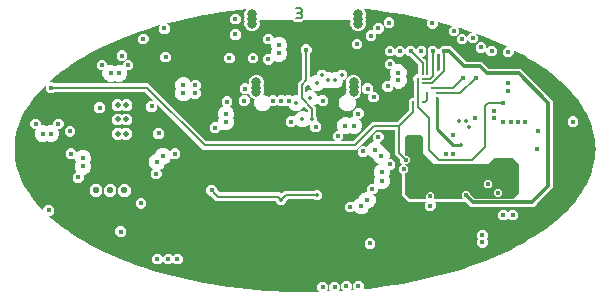
<source format=gtl>
G04 EAGLE Gerber RS-274X export*
G75*
%MOMM*%
%FSLAX34Y34*%
%LPD*%
%IN6_Layer_3*%
%IPPOS*%
%AMOC8*
5,1,8,0,0,1.08239X$1,22.5*%
G01*
%ADD10C,0.152400*%
%ADD11C,0.800000*%
%ADD12C,0.500000*%
%ADD13C,0.550000*%
%ADD14C,0.400000*%
%ADD15C,0.350000*%
%ADD16C,0.250000*%
%ADD17C,0.250000*%
%ADD18C,0.200000*%
%ADD19C,0.300000*%
%ADD20C,0.160000*%

G36*
X255872Y4035D02*
X255872Y4035D01*
X255873Y4035D01*
X262466Y4165D01*
X262467Y4166D01*
X262469Y4166D01*
X262469Y4168D01*
X262471Y4170D01*
X262469Y4171D01*
X262469Y4174D01*
X260505Y6138D01*
X260505Y9862D01*
X263138Y12495D01*
X266862Y12495D01*
X269495Y9862D01*
X269495Y6138D01*
X267698Y4341D01*
X267698Y4339D01*
X267696Y4338D01*
X267697Y4336D01*
X267697Y4334D01*
X267700Y4334D01*
X267701Y4332D01*
X271505Y4467D01*
X272131Y4500D01*
X272133Y4501D01*
X272134Y4501D01*
X272134Y4503D01*
X272136Y4504D01*
X272135Y4506D01*
X272135Y4508D01*
X270505Y6138D01*
X270505Y9862D01*
X273138Y12495D01*
X276862Y12495D01*
X279495Y9862D01*
X279495Y6138D01*
X278177Y4820D01*
X278177Y4818D01*
X278175Y4816D01*
X278176Y4815D01*
X278176Y4813D01*
X278179Y4813D01*
X278181Y4811D01*
X279293Y4868D01*
X282543Y5088D01*
X282545Y5089D01*
X282546Y5089D01*
X282546Y5091D01*
X282548Y5092D01*
X282546Y5094D01*
X282547Y5096D01*
X280505Y7138D01*
X280505Y10862D01*
X283138Y13495D01*
X286862Y13495D01*
X289495Y10862D01*
X289495Y7138D01*
X287823Y5465D01*
X287822Y5463D01*
X287821Y5462D01*
X287822Y5461D01*
X287822Y5459D01*
X287825Y5459D01*
X287826Y5457D01*
X291839Y5793D01*
X291840Y5794D01*
X291841Y5794D01*
X291841Y5795D01*
X291843Y5797D01*
X291842Y5799D01*
X291842Y5801D01*
X290505Y7138D01*
X290505Y10862D01*
X293138Y13495D01*
X296862Y13495D01*
X299495Y10862D01*
X299495Y7138D01*
X298807Y6450D01*
X298807Y6448D01*
X298806Y6447D01*
X298807Y6446D01*
X298807Y6444D01*
X298809Y6443D01*
X298811Y6442D01*
X302448Y6805D01*
X310069Y7693D01*
X317631Y8701D01*
X325124Y9827D01*
X332539Y11071D01*
X339871Y12431D01*
X347112Y13905D01*
X354253Y15493D01*
X354254Y15493D01*
X361289Y17192D01*
X368213Y19001D01*
X375016Y20917D01*
X381690Y22939D01*
X388232Y25064D01*
X394633Y27290D01*
X400886Y29615D01*
X406985Y32036D01*
X412924Y34550D01*
X418698Y37155D01*
X424299Y39847D01*
X429724Y42624D01*
X434963Y45482D01*
X440015Y48418D01*
X444871Y51428D01*
X444872Y51428D01*
X449531Y54510D01*
X449531Y54511D01*
X453986Y57659D01*
X458234Y60872D01*
X462268Y64144D01*
X462269Y64144D01*
X466088Y67472D01*
X469687Y70851D01*
X469688Y70851D01*
X473064Y74277D01*
X476216Y77747D01*
X479139Y81256D01*
X481831Y84799D01*
X484291Y88373D01*
X484292Y88373D01*
X486518Y91973D01*
X488511Y95596D01*
X490268Y99236D01*
X490268Y99237D01*
X491790Y102893D01*
X491791Y102893D01*
X493077Y106561D01*
X493077Y106562D01*
X493078Y106562D01*
X494130Y110239D01*
X494947Y113924D01*
X495531Y117614D01*
X495881Y121306D01*
X495998Y125000D01*
X495881Y128694D01*
X495531Y132386D01*
X494947Y136076D01*
X494130Y139761D01*
X493078Y143438D01*
X493077Y143439D01*
X491791Y147107D01*
X491790Y147107D01*
X490268Y150763D01*
X490268Y150764D01*
X488511Y154404D01*
X486518Y158027D01*
X484292Y161627D01*
X484291Y161627D01*
X481831Y165201D01*
X479139Y168744D01*
X476216Y172253D01*
X473064Y175723D01*
X469688Y179149D01*
X469687Y179149D01*
X466088Y182528D01*
X462269Y185856D01*
X462268Y185856D01*
X458234Y189128D01*
X458233Y189128D01*
X453986Y192341D01*
X449531Y195489D01*
X449531Y195490D01*
X444872Y198572D01*
X440015Y201582D01*
X434963Y204518D01*
X429724Y207376D01*
X426182Y209189D01*
X426179Y209189D01*
X426176Y209189D01*
X426176Y209188D01*
X426175Y209188D01*
X426176Y209185D01*
X426176Y209184D01*
X426176Y209181D01*
X426495Y208862D01*
X426495Y205138D01*
X423862Y202505D01*
X420138Y202505D01*
X417505Y205138D01*
X417505Y208862D01*
X420138Y211495D01*
X421485Y211495D01*
X421487Y211497D01*
X421489Y211497D01*
X421489Y211499D01*
X421490Y211500D01*
X421488Y211502D01*
X421487Y211505D01*
X418698Y212845D01*
X412924Y215450D01*
X406985Y217964D01*
X400886Y220385D01*
X394678Y222693D01*
X394675Y222692D01*
X394673Y222692D01*
X394673Y222691D01*
X394671Y222691D01*
X394672Y222688D01*
X394672Y222685D01*
X396495Y220862D01*
X396495Y217138D01*
X393862Y214505D01*
X390138Y214505D01*
X387504Y217139D01*
X387502Y217139D01*
X387501Y217141D01*
X387499Y217139D01*
X387497Y217140D01*
X387497Y217137D01*
X387495Y217136D01*
X387495Y216138D01*
X384862Y213505D01*
X381138Y213505D01*
X378505Y216138D01*
X378505Y219862D01*
X381138Y222495D01*
X384862Y222495D01*
X387496Y219861D01*
X387498Y219861D01*
X387499Y219859D01*
X387501Y219861D01*
X387503Y219860D01*
X387503Y219863D01*
X387505Y219864D01*
X387505Y220862D01*
X390138Y223495D01*
X392345Y223495D01*
X392347Y223497D01*
X392349Y223498D01*
X392349Y223499D01*
X392350Y223500D01*
X392348Y223502D01*
X392347Y223505D01*
X388232Y224936D01*
X381690Y227061D01*
X379709Y227661D01*
X379707Y227660D01*
X379704Y227661D01*
X379704Y227659D01*
X379703Y227659D01*
X379704Y227656D01*
X379704Y227653D01*
X380495Y226862D01*
X380495Y223138D01*
X377862Y220505D01*
X374138Y220505D01*
X371505Y223138D01*
X371505Y226862D01*
X374003Y229360D01*
X374003Y229362D01*
X374004Y229362D01*
X374004Y229364D01*
X374004Y229367D01*
X374002Y229367D01*
X374001Y229369D01*
X368213Y230999D01*
X362369Y232526D01*
X362368Y232526D01*
X362367Y232525D01*
X362363Y232523D01*
X362364Y232522D01*
X362363Y232521D01*
X362363Y229542D01*
X359729Y226909D01*
X356006Y226909D01*
X353372Y229542D01*
X353372Y233266D01*
X354537Y234431D01*
X354537Y234432D01*
X354538Y234433D01*
X354537Y234434D01*
X354538Y234437D01*
X354536Y234438D01*
X354535Y234439D01*
X354254Y234507D01*
X347112Y236095D01*
X347111Y236095D01*
X339871Y237569D01*
X332539Y238929D01*
X325124Y240173D01*
X317632Y241299D01*
X317631Y241299D01*
X310069Y242307D01*
X302448Y243195D01*
X299621Y243477D01*
X299619Y243476D01*
X299617Y243476D01*
X299617Y243475D01*
X299615Y243474D01*
X299617Y243472D01*
X299617Y243469D01*
X300406Y242679D01*
X301395Y240292D01*
X301395Y237708D01*
X301103Y237002D01*
X301103Y237000D01*
X301103Y236999D01*
X301103Y236998D01*
X301395Y236292D01*
X301395Y233708D01*
X301103Y233002D01*
X301103Y233000D01*
X301103Y232999D01*
X301103Y232998D01*
X301395Y232292D01*
X301395Y229708D01*
X300406Y227321D01*
X298579Y225494D01*
X296192Y224505D01*
X293608Y224505D01*
X291221Y225494D01*
X289394Y227321D01*
X288405Y229708D01*
X288405Y232292D01*
X288697Y232998D01*
X288697Y233000D01*
X288697Y233002D01*
X288405Y233708D01*
X288405Y234000D01*
X288400Y234005D01*
X248890Y234005D01*
X248888Y234004D01*
X248887Y234004D01*
X246823Y232505D01*
X241296Y232505D01*
X239798Y234004D01*
X239795Y234004D01*
X239794Y234005D01*
X211600Y234005D01*
X211595Y234001D01*
X211596Y234000D01*
X211595Y234000D01*
X211595Y233708D01*
X211303Y233002D01*
X211303Y233000D01*
X211303Y232999D01*
X211303Y232998D01*
X211595Y232292D01*
X211595Y229708D01*
X210606Y227321D01*
X208779Y225494D01*
X206392Y224505D01*
X203808Y224505D01*
X201421Y225494D01*
X199594Y227321D01*
X198605Y229708D01*
X198605Y232292D01*
X198897Y232998D01*
X198897Y233000D01*
X198897Y233002D01*
X198605Y233708D01*
X198605Y236292D01*
X198897Y236998D01*
X198897Y237000D01*
X198897Y237002D01*
X198605Y237708D01*
X198605Y240292D01*
X199594Y242679D01*
X200392Y243477D01*
X200392Y243479D01*
X200393Y243481D01*
X200392Y243482D01*
X200392Y243484D01*
X200390Y243484D01*
X200388Y243486D01*
X193733Y242766D01*
X186141Y241818D01*
X178613Y240751D01*
X171159Y239566D01*
X163783Y238264D01*
X156497Y236846D01*
X149306Y235315D01*
X149305Y235315D01*
X142214Y233671D01*
X142213Y233671D01*
X135234Y231917D01*
X133045Y231323D01*
X133044Y231322D01*
X133043Y231322D01*
X133043Y231320D01*
X133041Y231318D01*
X133043Y231317D01*
X133042Y231315D01*
X135495Y228862D01*
X135495Y225138D01*
X132862Y222505D01*
X129138Y222505D01*
X126505Y225138D01*
X126505Y228862D01*
X127406Y229763D01*
X127406Y229765D01*
X127407Y229767D01*
X127406Y229768D01*
X127406Y229770D01*
X127403Y229770D01*
X127401Y229771D01*
X121631Y228085D01*
X115022Y226012D01*
X115022Y226011D01*
X108550Y223835D01*
X102222Y221559D01*
X96045Y219186D01*
X90024Y216718D01*
X84167Y214159D01*
X78479Y211510D01*
X72967Y208775D01*
X72966Y208775D01*
X67634Y205957D01*
X62487Y203060D01*
X57532Y200086D01*
X52774Y197039D01*
X48216Y193923D01*
X43864Y190742D01*
X39722Y187500D01*
X35795Y184199D01*
X32084Y180845D01*
X28596Y177442D01*
X28596Y177441D01*
X25332Y173993D01*
X22294Y170503D01*
X19486Y166977D01*
X19486Y166976D01*
X16910Y163418D01*
X14566Y159830D01*
X12456Y156219D01*
X12456Y156218D01*
X10581Y152586D01*
X8941Y148937D01*
X8941Y148936D01*
X7537Y145274D01*
X7536Y145274D01*
X6367Y141601D01*
X5432Y137919D01*
X4731Y134232D01*
X4732Y134232D01*
X4731Y134232D01*
X4731Y134231D01*
X4731Y134226D01*
X4730Y134221D01*
X4729Y134216D01*
X4726Y134191D01*
X4726Y134186D01*
X4725Y134181D01*
X4724Y134176D01*
X4724Y134171D01*
X4720Y134141D01*
X4719Y134136D01*
X4719Y134131D01*
X4718Y134126D01*
X4714Y134097D01*
X4714Y134092D01*
X4713Y134087D01*
X4712Y134082D01*
X4712Y134077D01*
X4709Y134052D01*
X4708Y134047D01*
X4707Y134042D01*
X4707Y134037D01*
X4706Y134032D01*
X4702Y134002D01*
X4702Y133997D01*
X4701Y133992D01*
X4701Y133987D01*
X4697Y133958D01*
X4697Y133957D01*
X4696Y133953D01*
X4696Y133952D01*
X4696Y133948D01*
X4695Y133948D01*
X4696Y133948D01*
X4695Y133943D01*
X4694Y133938D01*
X4691Y133913D01*
X4690Y133908D01*
X4690Y133903D01*
X4689Y133898D01*
X4689Y133893D01*
X4685Y133868D01*
X4685Y133863D01*
X4684Y133858D01*
X4684Y133853D01*
X4683Y133848D01*
X4679Y133818D01*
X4679Y133813D01*
X4678Y133808D01*
X4677Y133803D01*
X4674Y133774D01*
X4673Y133774D01*
X4674Y133774D01*
X4673Y133769D01*
X4672Y133764D01*
X4672Y133759D01*
X4671Y133754D01*
X4668Y133729D01*
X4667Y133724D01*
X4667Y133719D01*
X4666Y133714D01*
X4665Y133709D01*
X4662Y133679D01*
X4661Y133674D01*
X4660Y133669D01*
X4660Y133664D01*
X4656Y133635D01*
X4656Y133634D01*
X4655Y133630D01*
X4655Y133625D01*
X4654Y133620D01*
X4653Y133615D01*
X4650Y133590D01*
X4650Y133585D01*
X4649Y133580D01*
X4648Y133575D01*
X4648Y133570D01*
X4644Y133540D01*
X4643Y133535D01*
X4643Y133530D01*
X4642Y133525D01*
X4638Y133495D01*
X4638Y133490D01*
X4637Y133485D01*
X4636Y133481D01*
X4636Y133480D01*
X4636Y133476D01*
X4636Y133475D01*
X4633Y133451D01*
X4632Y133446D01*
X4631Y133441D01*
X4631Y133436D01*
X4630Y133431D01*
X4626Y133401D01*
X4626Y133396D01*
X4625Y133391D01*
X4625Y133386D01*
X4624Y133386D01*
X4625Y133386D01*
X4621Y133356D01*
X4620Y133351D01*
X4619Y133346D01*
X4619Y133341D01*
X4618Y133336D01*
X4615Y133312D01*
X4614Y133307D01*
X4614Y133302D01*
X4613Y133297D01*
X4613Y133292D01*
X4609Y133262D01*
X4608Y133257D01*
X4608Y133252D01*
X4607Y133247D01*
X4603Y133217D01*
X4603Y133212D01*
X4602Y133212D01*
X4603Y133212D01*
X4602Y133207D01*
X4601Y133202D01*
X4601Y133197D01*
X4597Y133172D01*
X4597Y133167D01*
X4596Y133163D01*
X4596Y133162D01*
X4596Y133158D01*
X4596Y133157D01*
X4595Y133153D01*
X4591Y133123D01*
X4591Y133118D01*
X4590Y133113D01*
X4589Y133108D01*
X4586Y133078D01*
X4585Y133073D01*
X4584Y133068D01*
X4584Y133063D01*
X4580Y133033D01*
X4579Y133028D01*
X4579Y133023D01*
X4578Y133018D01*
X4577Y133013D01*
X4574Y132989D01*
X4574Y132984D01*
X4573Y132979D01*
X4572Y132974D01*
X4572Y132969D01*
X4568Y132939D01*
X4567Y132934D01*
X4567Y132929D01*
X4566Y132924D01*
X4562Y132894D01*
X4562Y132889D01*
X4561Y132884D01*
X4560Y132879D01*
X4560Y132874D01*
X4557Y132849D01*
X4556Y132845D01*
X4556Y132844D01*
X4555Y132840D01*
X4555Y132839D01*
X4555Y132835D01*
X4554Y132830D01*
X4550Y132800D01*
X4550Y132795D01*
X4549Y132790D01*
X4548Y132785D01*
X4545Y132755D01*
X4544Y132750D01*
X4543Y132745D01*
X4543Y132740D01*
X4542Y132735D01*
X4539Y132710D01*
X4538Y132705D01*
X4538Y132700D01*
X4537Y132695D01*
X4537Y132690D01*
X4533Y132661D01*
X4532Y132656D01*
X4532Y132651D01*
X4531Y132651D01*
X4532Y132651D01*
X4531Y132646D01*
X4527Y132616D01*
X4526Y132611D01*
X4526Y132606D01*
X4525Y132601D01*
X4525Y132596D01*
X4521Y132571D01*
X4521Y132566D01*
X4520Y132561D01*
X4520Y132556D01*
X4519Y132551D01*
X4515Y132522D01*
X4515Y132521D01*
X4515Y132517D01*
X4514Y132512D01*
X4513Y132507D01*
X4510Y132477D01*
X4509Y132477D01*
X4510Y132477D01*
X4509Y132472D01*
X4508Y132467D01*
X4508Y132462D01*
X4507Y132457D01*
X4504Y132432D01*
X4503Y132427D01*
X4503Y132422D01*
X4502Y132417D01*
X4501Y132412D01*
X4498Y132382D01*
X4497Y132377D01*
X4496Y132372D01*
X4496Y132368D01*
X4496Y132367D01*
X4492Y132338D01*
X4491Y132333D01*
X4491Y132328D01*
X4490Y132323D01*
X4486Y132293D01*
X4486Y132288D01*
X4485Y132283D01*
X4484Y132278D01*
X4484Y132273D01*
X4481Y132248D01*
X4480Y132243D01*
X4479Y132238D01*
X4479Y132233D01*
X4478Y132228D01*
X4474Y132199D01*
X4474Y132194D01*
X4473Y132189D01*
X4472Y132184D01*
X4469Y132154D01*
X4468Y132149D01*
X4467Y132144D01*
X4467Y132139D01*
X4466Y132134D01*
X4463Y132109D01*
X4462Y132104D01*
X4462Y132099D01*
X4461Y132094D01*
X4461Y132089D01*
X4460Y132089D01*
X4457Y132059D01*
X4456Y132054D01*
X4455Y132050D01*
X4455Y132049D01*
X4455Y132045D01*
X4455Y132044D01*
X4451Y132015D01*
X4450Y132010D01*
X4450Y132005D01*
X4449Y132000D01*
X4449Y131995D01*
X4445Y131970D01*
X4445Y131965D01*
X4444Y131960D01*
X4444Y131955D01*
X4443Y131950D01*
X4439Y131920D01*
X4439Y131915D01*
X4438Y131915D01*
X4439Y131915D01*
X4438Y131910D01*
X4437Y131905D01*
X4433Y131876D01*
X4433Y131871D01*
X4432Y131866D01*
X4432Y131861D01*
X4431Y131856D01*
X4428Y131831D01*
X4427Y131826D01*
X4427Y131821D01*
X4426Y131816D01*
X4425Y131811D01*
X4422Y131781D01*
X4421Y131776D01*
X4420Y131771D01*
X4420Y131766D01*
X4416Y131736D01*
X4415Y131732D01*
X4415Y131731D01*
X4415Y131727D01*
X4415Y131726D01*
X4414Y131722D01*
X4413Y131717D01*
X4410Y131692D01*
X4410Y131687D01*
X4409Y131682D01*
X4408Y131677D01*
X4408Y131672D01*
X4404Y131642D01*
X4403Y131637D01*
X4403Y131632D01*
X4402Y131627D01*
X4398Y131597D01*
X4398Y131592D01*
X4397Y131587D01*
X4396Y131582D01*
X4393Y131553D01*
X4392Y131548D01*
X4391Y131543D01*
X4391Y131538D01*
X4390Y131533D01*
X4387Y131508D01*
X4386Y131503D01*
X4386Y131498D01*
X4385Y131493D01*
X4384Y131488D01*
X4381Y131458D01*
X4380Y131453D01*
X4379Y131448D01*
X4379Y131443D01*
X4375Y131414D01*
X4375Y131413D01*
X4374Y131409D01*
X4374Y131408D01*
X4374Y131404D01*
X4373Y131399D01*
X4373Y131394D01*
X4369Y131369D01*
X4369Y131364D01*
X4368Y131359D01*
X4368Y131354D01*
X4367Y131354D01*
X4368Y131354D01*
X4367Y131349D01*
X4363Y131319D01*
X4362Y131314D01*
X4362Y131309D01*
X4361Y131304D01*
X4357Y131274D01*
X4357Y131269D01*
X4356Y131264D01*
X4356Y131259D01*
X4355Y131255D01*
X4355Y131254D01*
X4352Y131230D01*
X4351Y131225D01*
X4351Y131220D01*
X4350Y131215D01*
X4349Y131210D01*
X4346Y131180D01*
X4345Y131180D01*
X4346Y131180D01*
X4345Y131175D01*
X4344Y131170D01*
X4344Y131165D01*
X4340Y131135D01*
X4339Y131130D01*
X4339Y131125D01*
X4338Y131120D01*
X4337Y131115D01*
X4334Y131091D01*
X4334Y131090D01*
X4334Y131086D01*
X4333Y131081D01*
X4332Y131076D01*
X4332Y131071D01*
X4328Y131041D01*
X4327Y131036D01*
X4327Y131031D01*
X4326Y131026D01*
X4322Y130996D01*
X4322Y130991D01*
X4321Y130986D01*
X4320Y130981D01*
X4320Y130976D01*
X4317Y130951D01*
X4316Y130946D01*
X4315Y130941D01*
X4315Y130937D01*
X4315Y130936D01*
X4314Y130932D01*
X4314Y130931D01*
X4310Y130902D01*
X4310Y130897D01*
X4309Y130892D01*
X4308Y130887D01*
X4305Y130857D01*
X4304Y130852D01*
X4303Y130847D01*
X4303Y130842D01*
X4299Y130812D01*
X4298Y130807D01*
X4298Y130802D01*
X4297Y130797D01*
X4297Y130792D01*
X4296Y130792D01*
X4293Y130768D01*
X4293Y130763D01*
X4292Y130758D01*
X4291Y130753D01*
X4291Y130748D01*
X4287Y130718D01*
X4286Y130713D01*
X4286Y130708D01*
X4285Y130703D01*
X4281Y130673D01*
X4281Y130668D01*
X4280Y130663D01*
X4280Y130658D01*
X4279Y130653D01*
X4276Y130628D01*
X4275Y130623D01*
X4275Y130619D01*
X4274Y130618D01*
X4275Y130618D01*
X4274Y130614D01*
X4274Y130613D01*
X4273Y130609D01*
X4269Y130579D01*
X4269Y130574D01*
X4268Y130569D01*
X4268Y130564D01*
X4265Y130540D01*
X4264Y130534D01*
X4264Y130529D01*
X4264Y130524D01*
X4257Y130415D01*
X4256Y130410D01*
X4256Y130405D01*
X4249Y130296D01*
X4249Y130295D01*
X4249Y130291D01*
X4249Y130286D01*
X4242Y130176D01*
X4241Y130171D01*
X4241Y130166D01*
X4241Y130161D01*
X4234Y130057D01*
X4234Y130052D01*
X4233Y130047D01*
X4233Y130042D01*
X4227Y129938D01*
X4226Y129933D01*
X4226Y129928D01*
X4226Y129923D01*
X4219Y129819D01*
X4219Y129818D01*
X4219Y129814D01*
X4218Y129809D01*
X4218Y129804D01*
X4212Y129699D01*
X4211Y129699D01*
X4212Y129699D01*
X4211Y129694D01*
X4211Y129689D01*
X4211Y129684D01*
X4204Y129575D01*
X4203Y129570D01*
X4203Y129565D01*
X4196Y129456D01*
X4196Y129451D01*
X4196Y129446D01*
X4195Y129446D01*
X4189Y129337D01*
X4188Y129332D01*
X4188Y129327D01*
X4181Y129217D01*
X4181Y129212D01*
X4180Y129207D01*
X4174Y129098D01*
X4173Y129093D01*
X4173Y129088D01*
X4166Y128979D01*
X4166Y128974D01*
X4165Y128969D01*
X4158Y128860D01*
X4158Y128855D01*
X4158Y128850D01*
X4151Y128740D01*
X4151Y128735D01*
X4150Y128730D01*
X4143Y128621D01*
X4143Y128616D01*
X4143Y128611D01*
X4136Y128502D01*
X4136Y128497D01*
X4135Y128492D01*
X4128Y128383D01*
X4128Y128378D01*
X4128Y128373D01*
X4121Y128263D01*
X4121Y128258D01*
X4120Y128258D01*
X4121Y128258D01*
X4120Y128253D01*
X4113Y128144D01*
X4113Y128139D01*
X4113Y128134D01*
X4106Y128025D01*
X4105Y128020D01*
X4105Y128015D01*
X4098Y127906D01*
X4098Y127901D01*
X4098Y127896D01*
X4091Y127786D01*
X4090Y127781D01*
X4090Y127776D01*
X4083Y127667D01*
X4083Y127662D01*
X4083Y127657D01*
X4076Y127548D01*
X4075Y127543D01*
X4075Y127538D01*
X4068Y127429D01*
X4068Y127424D01*
X4067Y127419D01*
X4061Y127309D01*
X4060Y127304D01*
X4060Y127299D01*
X4053Y127190D01*
X4053Y127185D01*
X4052Y127180D01*
X4046Y127071D01*
X4045Y127071D01*
X4046Y127071D01*
X4045Y127066D01*
X4045Y127061D01*
X4038Y126952D01*
X4038Y126947D01*
X4037Y126942D01*
X4031Y126847D01*
X4032Y126847D01*
X4031Y126847D01*
X4031Y123153D01*
X4032Y123153D01*
X4031Y123153D01*
X4265Y119460D01*
X4731Y115768D01*
X4732Y115768D01*
X4731Y115768D01*
X5432Y112081D01*
X6367Y108399D01*
X7536Y104726D01*
X7537Y104726D01*
X8941Y101064D01*
X8941Y101063D01*
X10581Y97414D01*
X12456Y93782D01*
X12456Y93781D01*
X14566Y90170D01*
X16910Y86582D01*
X19486Y83024D01*
X19486Y83023D01*
X22294Y79497D01*
X25332Y76007D01*
X28496Y72664D01*
X28498Y72664D01*
X28499Y72662D01*
X28500Y72663D01*
X28500Y72662D01*
X28501Y72663D01*
X28503Y72663D01*
X28503Y72665D01*
X28505Y72667D01*
X28505Y74862D01*
X31138Y77495D01*
X34862Y77495D01*
X37495Y74862D01*
X37495Y71138D01*
X34862Y68505D01*
X32817Y68505D01*
X32815Y68504D01*
X32813Y68504D01*
X32813Y68502D01*
X32812Y68500D01*
X32813Y68499D01*
X32813Y68496D01*
X35795Y65801D01*
X39722Y62500D01*
X43864Y59258D01*
X48216Y56077D01*
X52774Y52961D01*
X57532Y49914D01*
X62487Y46940D01*
X67634Y44043D01*
X72966Y41225D01*
X72967Y41225D01*
X78479Y38490D01*
X84168Y35841D01*
X90024Y33282D01*
X96045Y30814D01*
X102222Y28441D01*
X108550Y26165D01*
X115022Y23989D01*
X115022Y23988D01*
X121631Y21915D01*
X128371Y19945D01*
X135234Y18083D01*
X142213Y16329D01*
X149305Y14685D01*
X156497Y13154D01*
X163783Y11736D01*
X171159Y10434D01*
X178613Y9249D01*
X186141Y8182D01*
X193733Y7234D01*
X201384Y6406D01*
X209082Y5700D01*
X216823Y5115D01*
X224597Y4653D01*
X232397Y4313D01*
X240215Y4097D01*
X248043Y4004D01*
X255872Y4035D01*
G37*
%LPC*%
G36*
X354138Y72505D02*
X354138Y72505D01*
X351505Y75138D01*
X351505Y78862D01*
X353139Y80496D01*
X353139Y80498D01*
X353141Y80499D01*
X353139Y80501D01*
X353140Y80503D01*
X353137Y80503D01*
X353136Y80505D01*
X337966Y80505D01*
X332505Y85966D01*
X332505Y103500D01*
X332500Y103505D01*
X332500Y103504D01*
X332500Y103505D01*
X332138Y103505D01*
X329505Y106138D01*
X329505Y109862D01*
X332138Y112495D01*
X332386Y112495D01*
X332387Y112496D01*
X332389Y112496D01*
X332389Y112498D01*
X332391Y112500D01*
X332389Y112501D01*
X332389Y112504D01*
X330755Y114138D01*
X330755Y115550D01*
X330753Y115552D01*
X330753Y115554D01*
X325755Y120552D01*
X325755Y140750D01*
X325750Y140755D01*
X325750Y140754D01*
X325750Y140755D01*
X309700Y140755D01*
X309698Y140753D01*
X309696Y140753D01*
X293448Y124505D01*
X163552Y124505D01*
X114554Y173503D01*
X114551Y173504D01*
X114550Y173505D01*
X37864Y173505D01*
X37862Y173503D01*
X37861Y173503D01*
X36862Y172505D01*
X33138Y172505D01*
X30505Y175138D01*
X30505Y178862D01*
X33138Y181495D01*
X36862Y181495D01*
X37861Y180497D01*
X37863Y180496D01*
X37864Y180495D01*
X117448Y180495D01*
X166446Y131497D01*
X166449Y131496D01*
X166450Y131495D01*
X276136Y131495D01*
X276137Y131496D01*
X276139Y131496D01*
X276139Y131498D01*
X276141Y131500D01*
X276139Y131501D01*
X276139Y131504D01*
X273505Y134138D01*
X273505Y137862D01*
X276138Y140495D01*
X278450Y140495D01*
X278451Y140496D01*
X278453Y140496D01*
X278453Y140498D01*
X278455Y140500D01*
X278453Y140501D01*
X278454Y140504D01*
X278220Y140738D01*
X277155Y143309D01*
X277155Y146091D01*
X278220Y148662D01*
X280188Y150630D01*
X282759Y151695D01*
X285541Y151695D01*
X287495Y150886D01*
X287497Y150887D01*
X287499Y150886D01*
X289810Y151844D01*
X291787Y151844D01*
X291789Y151845D01*
X291790Y151845D01*
X291790Y151846D01*
X291792Y151848D01*
X291791Y151850D01*
X291791Y151852D01*
X290505Y153138D01*
X290505Y156862D01*
X293138Y159495D01*
X296862Y159495D01*
X299495Y156862D01*
X299495Y153138D01*
X296862Y150505D01*
X295450Y150505D01*
X295449Y150504D01*
X295447Y150504D01*
X295447Y150502D01*
X295445Y150500D01*
X295447Y150499D01*
X295446Y150496D01*
X297132Y148811D01*
X298197Y146240D01*
X298197Y143457D01*
X297132Y140886D01*
X295164Y138918D01*
X292593Y137853D01*
X289810Y137853D01*
X287857Y138662D01*
X287856Y138662D01*
X287854Y138662D01*
X287853Y138662D01*
X285541Y137705D01*
X282759Y137705D01*
X282502Y137811D01*
X282501Y137811D01*
X282499Y137810D01*
X282496Y137809D01*
X282496Y137807D01*
X282495Y137806D01*
X282495Y134138D01*
X279861Y131504D01*
X279861Y131502D01*
X279859Y131501D01*
X279861Y131499D01*
X279860Y131497D01*
X279863Y131497D01*
X279864Y131495D01*
X290550Y131495D01*
X290552Y131497D01*
X290554Y131497D01*
X306802Y147745D01*
X327800Y147745D01*
X327802Y147747D01*
X327804Y147747D01*
X338003Y157946D01*
X338004Y157949D01*
X338005Y157950D01*
X338005Y162697D01*
X338003Y162698D01*
X338003Y162700D01*
X337755Y162949D01*
X337755Y166051D01*
X339949Y168245D01*
X342000Y168245D01*
X342005Y168250D01*
X342004Y168250D01*
X342005Y168250D01*
X342005Y182697D01*
X342003Y182698D01*
X342003Y182700D01*
X341755Y182949D01*
X341755Y186051D01*
X343949Y188245D01*
X345750Y188245D01*
X345755Y188250D01*
X345755Y190051D01*
X346003Y190300D01*
X346003Y190302D01*
X346004Y190302D01*
X346005Y190303D01*
X346005Y196450D01*
X346003Y196452D01*
X346003Y196454D01*
X338954Y203503D01*
X338951Y203504D01*
X338950Y203504D01*
X338950Y203505D01*
X337538Y203505D01*
X335004Y206039D01*
X335002Y206039D01*
X335001Y206041D01*
X334999Y206039D01*
X334997Y206040D01*
X334997Y206037D01*
X334995Y206036D01*
X334995Y205838D01*
X332362Y203205D01*
X328638Y203205D01*
X326104Y205739D01*
X326101Y205739D01*
X326100Y205740D01*
X326099Y205740D01*
X326097Y205740D01*
X326097Y205739D01*
X326096Y205739D01*
X323862Y203505D01*
X320138Y203505D01*
X317505Y206138D01*
X317505Y209862D01*
X320138Y212495D01*
X323862Y212495D01*
X326396Y209961D01*
X326403Y209960D01*
X326403Y209961D01*
X326404Y209961D01*
X328638Y212195D01*
X332362Y212195D01*
X334896Y209661D01*
X334898Y209661D01*
X334899Y209659D01*
X334901Y209661D01*
X334903Y209660D01*
X334903Y209663D01*
X334905Y209664D01*
X334905Y209862D01*
X337538Y212495D01*
X341262Y212495D01*
X343895Y209862D01*
X343895Y209564D01*
X343896Y209563D01*
X343896Y209561D01*
X343898Y209561D01*
X343900Y209559D01*
X343901Y209561D01*
X343904Y209561D01*
X346538Y212195D01*
X350262Y212195D01*
X352895Y209562D01*
X352895Y205838D01*
X350262Y203205D01*
X349150Y203205D01*
X349149Y203204D01*
X349147Y203204D01*
X349147Y203202D01*
X349145Y203200D01*
X349147Y203199D01*
X349147Y203196D01*
X350946Y201397D01*
X352995Y199348D01*
X352995Y190303D01*
X352997Y190302D01*
X352997Y190300D01*
X353245Y190051D01*
X353245Y188000D01*
X353250Y187995D01*
X353250Y187996D01*
X353250Y187995D01*
X354050Y187995D01*
X354052Y187997D01*
X354054Y187997D01*
X354503Y188446D01*
X354503Y188448D01*
X354504Y188449D01*
X354505Y188450D01*
X354505Y205136D01*
X354503Y205138D01*
X354503Y205139D01*
X353505Y206138D01*
X353505Y209862D01*
X356138Y212495D01*
X359862Y212495D01*
X362495Y209862D01*
X362495Y206138D01*
X361497Y205139D01*
X361496Y205137D01*
X361495Y205136D01*
X361495Y189450D01*
X361496Y189449D01*
X361496Y189447D01*
X361498Y189447D01*
X361500Y189445D01*
X361501Y189447D01*
X361504Y189447D01*
X364503Y192446D01*
X364503Y192448D01*
X364504Y192448D01*
X364504Y192449D01*
X364505Y192450D01*
X364505Y205136D01*
X364503Y205138D01*
X364503Y205139D01*
X363505Y206138D01*
X363505Y209862D01*
X366138Y212495D01*
X369862Y212495D01*
X370361Y211997D01*
X370363Y211996D01*
X370364Y211995D01*
X373655Y211995D01*
X375997Y209653D01*
X386653Y198997D01*
X386656Y198996D01*
X386657Y198995D01*
X399655Y198995D01*
X405653Y192997D01*
X405656Y192996D01*
X405657Y192996D01*
X405657Y192995D01*
X432655Y192995D01*
X457653Y167997D01*
X459995Y165655D01*
X459995Y92345D01*
X457653Y90003D01*
X445997Y78347D01*
X443655Y76005D01*
X390345Y76005D01*
X385847Y80503D01*
X385844Y80504D01*
X385843Y80505D01*
X358864Y80505D01*
X358863Y80504D01*
X358861Y80504D01*
X358861Y80502D01*
X358859Y80500D01*
X358861Y80499D01*
X358861Y80496D01*
X360495Y78862D01*
X360495Y75138D01*
X357862Y72505D01*
X354138Y72505D01*
G37*
%LPD*%
G36*
X353051Y82996D02*
X353051Y82996D01*
X353053Y82996D01*
X353053Y82998D01*
X353055Y82999D01*
X353053Y83001D01*
X353054Y83004D01*
X352505Y83552D01*
X352505Y86448D01*
X354552Y88495D01*
X357448Y88495D01*
X359495Y86448D01*
X359495Y83552D01*
X358946Y83004D01*
X358946Y83002D01*
X358945Y83001D01*
X358946Y82999D01*
X358946Y82997D01*
X358948Y82997D01*
X358950Y82995D01*
X384050Y82995D01*
X384051Y82996D01*
X384053Y82996D01*
X384053Y82998D01*
X384055Y82999D01*
X384053Y83001D01*
X384054Y83004D01*
X382505Y84552D01*
X382505Y87448D01*
X384552Y89495D01*
X387448Y89495D01*
X389495Y87448D01*
X389495Y86743D01*
X389497Y86741D01*
X389497Y86739D01*
X393239Y82997D01*
X393242Y82996D01*
X393243Y82995D01*
X426000Y82995D01*
X426002Y82997D01*
X426004Y82997D01*
X431004Y87996D01*
X431004Y87999D01*
X431005Y88000D01*
X431005Y112000D01*
X431003Y112002D01*
X431004Y112004D01*
X426004Y117004D01*
X426001Y117004D01*
X426000Y117005D01*
X410000Y117005D01*
X409998Y117003D01*
X409996Y117004D01*
X404998Y112005D01*
X359002Y112005D01*
X350005Y121002D01*
X350005Y135000D01*
X350003Y135002D01*
X350004Y135004D01*
X348004Y137004D01*
X348001Y137004D01*
X348000Y137005D01*
X337000Y137005D01*
X336998Y137003D01*
X336996Y137004D01*
X334996Y135004D01*
X334996Y135001D01*
X334995Y135000D01*
X334995Y119644D01*
X334997Y119643D01*
X334996Y119641D01*
X335241Y119397D01*
X335243Y119396D01*
X335244Y119395D01*
X336656Y119395D01*
X338645Y117406D01*
X338645Y114594D01*
X336656Y112605D01*
X335000Y112605D01*
X334995Y112600D01*
X334995Y111400D01*
X334999Y111395D01*
X335000Y111396D01*
X335000Y111395D01*
X335406Y111395D01*
X337395Y109406D01*
X337395Y106594D01*
X335406Y104605D01*
X335000Y104605D01*
X334995Y104600D01*
X334995Y87000D01*
X334997Y86998D01*
X334996Y86996D01*
X338996Y82996D01*
X338999Y82996D01*
X339000Y82995D01*
X353050Y82995D01*
X353051Y82996D01*
G37*
%LPC*%
G36*
X257138Y139505D02*
X257138Y139505D01*
X254505Y142138D01*
X254505Y145750D01*
X254500Y145755D01*
X254500Y145754D01*
X254500Y145755D01*
X254242Y145755D01*
X253340Y146656D01*
X253339Y146657D01*
X253338Y146656D01*
X253337Y146657D01*
X253336Y146656D01*
X253334Y146656D01*
X253334Y146655D01*
X253332Y146654D01*
X253218Y146379D01*
X251321Y144482D01*
X248842Y143455D01*
X246158Y143455D01*
X243679Y144482D01*
X242263Y145898D01*
X242256Y145899D01*
X242256Y145898D01*
X242255Y145898D01*
X239862Y143505D01*
X236138Y143505D01*
X233505Y146138D01*
X233505Y149862D01*
X236138Y152495D01*
X239862Y152495D01*
X240767Y151590D01*
X240768Y151590D01*
X240768Y151589D01*
X240770Y151590D01*
X240774Y151589D01*
X240774Y151591D01*
X240775Y151591D01*
X241782Y154021D01*
X243679Y155918D01*
X246158Y156945D01*
X248842Y156945D01*
X251321Y155918D01*
X252696Y154543D01*
X252698Y154543D01*
X252699Y154541D01*
X252701Y154543D01*
X252703Y154542D01*
X252703Y154545D01*
X252705Y154546D01*
X252705Y157633D01*
X252703Y157635D01*
X252703Y157637D01*
X248763Y161577D01*
X248762Y161577D01*
X248762Y161578D01*
X248760Y161577D01*
X248757Y161577D01*
X248757Y161576D01*
X248755Y161575D01*
X248218Y160279D01*
X246321Y158382D01*
X243842Y157355D01*
X241158Y157355D01*
X238679Y158382D01*
X236782Y160279D01*
X236275Y161502D01*
X236272Y161503D01*
X236271Y161505D01*
X234138Y161505D01*
X233004Y162639D01*
X232997Y162640D01*
X232997Y162639D01*
X232996Y162639D01*
X231862Y161505D01*
X228138Y161505D01*
X226504Y163139D01*
X226497Y163140D01*
X226497Y163139D01*
X226496Y163139D01*
X224862Y161505D01*
X221138Y161505D01*
X220719Y161924D01*
X220718Y161924D01*
X220718Y161925D01*
X220716Y161924D01*
X220712Y161924D01*
X220712Y161923D01*
X220711Y161922D01*
X219930Y160038D01*
X217962Y158070D01*
X215391Y157005D01*
X212609Y157005D01*
X210038Y158070D01*
X208070Y160038D01*
X207005Y162609D01*
X207005Y165391D01*
X207670Y166998D01*
X207670Y166999D01*
X207671Y166999D01*
X207669Y167001D01*
X207668Y167004D01*
X207667Y167004D01*
X207666Y167005D01*
X207408Y167005D01*
X205021Y167994D01*
X203194Y169821D01*
X202205Y172208D01*
X202205Y172836D01*
X202204Y172837D01*
X202204Y172839D01*
X202202Y172839D01*
X202200Y172841D01*
X202199Y172839D01*
X202196Y172839D01*
X200862Y171505D01*
X197138Y171505D01*
X194505Y174138D01*
X194505Y177862D01*
X197138Y180495D01*
X200862Y180495D01*
X202452Y178906D01*
X202453Y178905D01*
X202454Y178905D01*
X202458Y178905D01*
X202458Y178907D01*
X202460Y178907D01*
X202601Y179248D01*
X202600Y179250D01*
X202601Y179252D01*
X202205Y180208D01*
X202205Y182792D01*
X203194Y185179D01*
X205021Y187006D01*
X207408Y187995D01*
X209992Y187995D01*
X212379Y187006D01*
X214206Y185179D01*
X215195Y182792D01*
X215195Y180208D01*
X214799Y179252D01*
X214800Y179250D01*
X214799Y179248D01*
X215195Y178292D01*
X215195Y175708D01*
X215006Y175252D01*
X215007Y175250D01*
X215006Y175248D01*
X215195Y174792D01*
X215195Y172208D01*
X214696Y171002D01*
X214696Y171001D01*
X214695Y171001D01*
X214697Y170999D01*
X214698Y170996D01*
X214699Y170996D01*
X214700Y170995D01*
X215391Y170995D01*
X217962Y169930D01*
X219264Y168628D01*
X219271Y168628D01*
X221138Y170495D01*
X224862Y170495D01*
X226496Y168861D01*
X226503Y168860D01*
X226503Y168861D01*
X226504Y168861D01*
X228138Y170495D01*
X231862Y170495D01*
X232996Y169361D01*
X233003Y169360D01*
X233003Y169361D01*
X233004Y169361D01*
X234138Y170495D01*
X237862Y170495D01*
X238605Y169752D01*
X238612Y169751D01*
X238612Y169752D01*
X238613Y169752D01*
X238679Y169818D01*
X241158Y170845D01*
X243700Y170845D01*
X243705Y170850D01*
X243704Y170850D01*
X243705Y170850D01*
X243705Y180365D01*
X247703Y184363D01*
X247704Y184366D01*
X247705Y184367D01*
X247705Y205936D01*
X247703Y205938D01*
X247703Y205939D01*
X246505Y207138D01*
X246505Y210862D01*
X249138Y213495D01*
X252862Y213495D01*
X255495Y210862D01*
X255495Y207138D01*
X254297Y205939D01*
X254296Y205937D01*
X254295Y205936D01*
X254295Y184846D01*
X254296Y184845D01*
X254296Y184843D01*
X254298Y184843D01*
X254300Y184841D01*
X254300Y184842D01*
X254301Y184842D01*
X254302Y184843D01*
X254304Y184843D01*
X256179Y186718D01*
X258658Y187745D01*
X259750Y187745D01*
X259755Y187750D01*
X259754Y187750D01*
X259755Y187750D01*
X259755Y189758D01*
X262242Y192245D01*
X265758Y192245D01*
X268245Y189758D01*
X268245Y189726D01*
X268246Y189726D01*
X268245Y189725D01*
X268247Y189724D01*
X268250Y189722D01*
X268251Y189723D01*
X268252Y189722D01*
X268308Y189745D01*
X270992Y189745D01*
X272498Y189121D01*
X272500Y189122D01*
X272502Y189121D01*
X274008Y189745D01*
X276692Y189745D01*
X276748Y189722D01*
X276749Y189722D01*
X276751Y189723D01*
X276754Y189724D01*
X276754Y189725D01*
X276755Y189726D01*
X276755Y189758D01*
X279242Y192245D01*
X282758Y192245D01*
X285245Y189758D01*
X285245Y186242D01*
X282758Y183755D01*
X282100Y183755D01*
X282095Y183750D01*
X282096Y183750D01*
X282095Y183750D01*
X282095Y181658D01*
X281068Y179179D01*
X279171Y177282D01*
X276692Y176255D01*
X274008Y176255D01*
X272502Y176879D01*
X272500Y176878D01*
X272498Y176879D01*
X270992Y176255D01*
X268308Y176255D01*
X265829Y177282D01*
X265786Y177325D01*
X265785Y177325D01*
X265785Y177326D01*
X265783Y177325D01*
X265779Y177325D01*
X265779Y177324D01*
X265778Y177323D01*
X265718Y177179D01*
X263821Y175282D01*
X261342Y174255D01*
X258658Y174255D01*
X256179Y175282D01*
X254282Y177179D01*
X253255Y179658D01*
X253255Y180583D01*
X253254Y180584D01*
X253254Y180586D01*
X253252Y180586D01*
X253250Y180588D01*
X253249Y180586D01*
X253246Y180586D01*
X250297Y177637D01*
X250296Y177634D01*
X250295Y177633D01*
X250295Y173210D01*
X250296Y173209D01*
X250296Y173207D01*
X250298Y173207D01*
X250300Y173205D01*
X250301Y173207D01*
X250304Y173207D01*
X250679Y173582D01*
X253158Y174609D01*
X255842Y174609D01*
X258321Y173582D01*
X260218Y171685D01*
X261245Y169206D01*
X261245Y168614D01*
X261246Y168613D01*
X261246Y168611D01*
X261248Y168611D01*
X261250Y168609D01*
X261251Y168611D01*
X261254Y168611D01*
X263138Y170495D01*
X266862Y170495D01*
X269495Y167862D01*
X269495Y164138D01*
X266862Y161505D01*
X263138Y161505D01*
X260505Y164138D01*
X260505Y164710D01*
X260503Y164712D01*
X260502Y164714D01*
X260501Y164714D01*
X260500Y164715D01*
X260498Y164713D01*
X260495Y164712D01*
X260218Y164043D01*
X258321Y162146D01*
X257757Y161912D01*
X257756Y161912D01*
X257756Y161910D01*
X257755Y161906D01*
X257756Y161906D01*
X257756Y161904D01*
X259295Y160365D01*
X259295Y152710D01*
X259297Y152709D01*
X259297Y152707D01*
X260245Y151758D01*
X260245Y148500D01*
X260250Y148495D01*
X260250Y148496D01*
X260250Y148495D01*
X260862Y148495D01*
X263495Y145862D01*
X263495Y142138D01*
X260862Y139505D01*
X257138Y139505D01*
G37*
%LPD*%
%LPC*%
G36*
X296230Y69626D02*
X296230Y69626D01*
X293659Y70691D01*
X291691Y72659D01*
X291496Y73129D01*
X291495Y73130D01*
X291493Y73130D01*
X291490Y73132D01*
X291489Y73131D01*
X291488Y73131D01*
X289862Y71505D01*
X286138Y71505D01*
X283505Y74138D01*
X283505Y77862D01*
X286138Y80495D01*
X289862Y80495D01*
X291124Y79233D01*
X291125Y79233D01*
X291125Y79232D01*
X291127Y79233D01*
X291131Y79233D01*
X291131Y79234D01*
X291132Y79235D01*
X291691Y80583D01*
X293659Y82551D01*
X295865Y83465D01*
X295866Y83467D01*
X295868Y83468D01*
X296782Y85675D01*
X298750Y87643D01*
X301321Y88707D01*
X302923Y88707D01*
X302925Y88709D01*
X302926Y88708D01*
X302927Y88710D01*
X302928Y88712D01*
X302927Y88714D01*
X302927Y88716D01*
X302505Y89138D01*
X302505Y92862D01*
X305138Y95495D01*
X308417Y95495D01*
X308418Y95496D01*
X308418Y95495D01*
X308419Y95497D01*
X308422Y95500D01*
X308421Y95501D01*
X308422Y95502D01*
X308005Y96509D01*
X308005Y99291D01*
X308919Y101498D01*
X308918Y101500D01*
X308919Y101500D01*
X308918Y101501D01*
X308919Y101502D01*
X308005Y103709D01*
X308005Y106491D01*
X309070Y109062D01*
X311038Y111030D01*
X313609Y112095D01*
X316391Y112095D01*
X317498Y111637D01*
X317499Y111637D01*
X317501Y111638D01*
X317504Y111639D01*
X317504Y111640D01*
X317505Y111641D01*
X317505Y112865D01*
X317504Y112866D01*
X317505Y112867D01*
X317503Y112868D01*
X317500Y112870D01*
X317499Y112870D01*
X317498Y112870D01*
X316104Y112293D01*
X313321Y112293D01*
X310750Y113357D01*
X308782Y115325D01*
X307868Y117532D01*
X307866Y117533D01*
X307865Y117535D01*
X305659Y118449D01*
X303691Y120416D01*
X303425Y121058D01*
X303424Y121059D01*
X303425Y121059D01*
X303423Y121060D01*
X303419Y121061D01*
X303419Y121060D01*
X303417Y121060D01*
X300862Y118505D01*
X297138Y118505D01*
X294505Y121138D01*
X294505Y124862D01*
X297138Y127495D01*
X300862Y127495D01*
X302618Y125740D01*
X302619Y125739D01*
X302620Y125738D01*
X302621Y125739D01*
X302622Y125739D01*
X302624Y125739D01*
X302624Y125741D01*
X302626Y125743D01*
X302626Y125770D01*
X303691Y128341D01*
X305659Y130309D01*
X308230Y131374D01*
X309257Y131374D01*
X309258Y131375D01*
X309260Y131375D01*
X309260Y131377D01*
X309262Y131378D01*
X309260Y131380D01*
X309260Y131383D01*
X307505Y133138D01*
X307505Y136862D01*
X310138Y139495D01*
X313862Y139495D01*
X316495Y136862D01*
X316495Y133138D01*
X313862Y130505D01*
X313136Y130505D01*
X313134Y130503D01*
X313132Y130502D01*
X313132Y130501D01*
X313131Y130500D01*
X313133Y130498D01*
X313134Y130495D01*
X313584Y130309D01*
X315552Y128341D01*
X316466Y126135D01*
X316468Y126134D01*
X316468Y126132D01*
X318675Y125218D01*
X320643Y123250D01*
X321708Y120679D01*
X321708Y117896D01*
X321130Y116502D01*
X321130Y116501D01*
X321131Y116499D01*
X321132Y116496D01*
X321134Y116496D01*
X321135Y116495D01*
X323862Y116495D01*
X326495Y113862D01*
X326495Y110138D01*
X323862Y107505D01*
X321583Y107505D01*
X321582Y107504D01*
X321582Y107505D01*
X321581Y107503D01*
X321578Y107500D01*
X321579Y107499D01*
X321578Y107498D01*
X321995Y106491D01*
X321995Y103709D01*
X321081Y101502D01*
X321082Y101500D01*
X321081Y101498D01*
X321995Y99291D01*
X321995Y96509D01*
X320930Y93938D01*
X318962Y91970D01*
X316391Y90905D01*
X313609Y90905D01*
X311502Y91777D01*
X311501Y91777D01*
X311501Y91778D01*
X311500Y91777D01*
X311499Y91776D01*
X311496Y91775D01*
X311496Y91774D01*
X311495Y91773D01*
X311495Y89138D01*
X308862Y86505D01*
X307825Y86505D01*
X307823Y86504D01*
X307821Y86504D01*
X307821Y86502D01*
X307820Y86500D01*
X307821Y86499D01*
X307821Y86496D01*
X308643Y85675D01*
X309708Y83104D01*
X309708Y80321D01*
X308643Y77750D01*
X306675Y75782D01*
X304468Y74868D01*
X304467Y74866D01*
X304465Y74865D01*
X303551Y72659D01*
X301584Y70691D01*
X299013Y69626D01*
X296230Y69626D01*
G37*
%LPD*%
%LPC*%
G36*
X228242Y77755D02*
X228242Y77755D01*
X225755Y80242D01*
X225755Y81200D01*
X225750Y81205D01*
X225750Y81204D01*
X225750Y81205D01*
X174852Y81205D01*
X170554Y85503D01*
X170551Y85504D01*
X170550Y85505D01*
X169138Y85505D01*
X166505Y88138D01*
X166505Y91862D01*
X169138Y94495D01*
X172862Y94495D01*
X175495Y91862D01*
X175495Y90450D01*
X175497Y90448D01*
X175497Y90446D01*
X177746Y88197D01*
X177749Y88196D01*
X177750Y88195D01*
X228748Y88195D01*
X229996Y86946D01*
X230003Y86946D01*
X230004Y86946D01*
X232552Y89495D01*
X257940Y89495D01*
X257941Y89497D01*
X257943Y89497D01*
X258692Y90245D01*
X262208Y90245D01*
X264695Y87758D01*
X264695Y84242D01*
X262208Y81755D01*
X258692Y81755D01*
X257943Y82503D01*
X257941Y82504D01*
X257940Y82505D01*
X235450Y82505D01*
X235448Y82503D01*
X235446Y82503D01*
X234247Y81304D01*
X234246Y81301D01*
X234245Y81300D01*
X234245Y80242D01*
X231758Y77755D01*
X228242Y77755D01*
G37*
%LPD*%
%LPC*%
G36*
X284559Y156755D02*
X284559Y156755D01*
X281896Y157858D01*
X279858Y159896D01*
X278755Y162559D01*
X278755Y165441D01*
X279858Y168104D01*
X281896Y170142D01*
X284559Y171245D01*
X285196Y171245D01*
X285197Y171246D01*
X285198Y171245D01*
X285198Y171247D01*
X285201Y171250D01*
X285200Y171251D01*
X285201Y171252D01*
X284805Y172208D01*
X284805Y174792D01*
X285097Y175498D01*
X285097Y175499D01*
X285097Y175500D01*
X285097Y175501D01*
X285097Y175502D01*
X284805Y176208D01*
X284805Y178792D01*
X285097Y179498D01*
X285097Y179499D01*
X285097Y179500D01*
X285097Y179501D01*
X285097Y179502D01*
X284805Y180208D01*
X284805Y182792D01*
X285794Y185179D01*
X287621Y187006D01*
X290008Y187995D01*
X292592Y187995D01*
X294979Y187006D01*
X296806Y185179D01*
X297795Y182792D01*
X297795Y180208D01*
X297503Y179502D01*
X297503Y179501D01*
X297503Y179500D01*
X297503Y179498D01*
X297795Y178792D01*
X297795Y176208D01*
X297503Y175502D01*
X297503Y175501D01*
X297503Y175500D01*
X297503Y175498D01*
X297795Y174792D01*
X297795Y172208D01*
X296806Y169821D01*
X294979Y167994D01*
X292601Y167009D01*
X292600Y167006D01*
X292598Y167005D01*
X292599Y167004D01*
X292598Y167003D01*
X292599Y167003D01*
X292599Y167002D01*
X293245Y165441D01*
X293245Y162559D01*
X292142Y159896D01*
X290104Y157858D01*
X287441Y156755D01*
X284559Y156755D01*
G37*
%LPD*%
%LPC*%
G36*
X84009Y182005D02*
X84009Y182005D01*
X81438Y183070D01*
X79470Y185038D01*
X78405Y187609D01*
X78405Y190391D01*
X78863Y191498D01*
X78863Y191499D01*
X78862Y191501D01*
X78861Y191504D01*
X78860Y191504D01*
X78859Y191505D01*
X76138Y191505D01*
X73505Y194138D01*
X73505Y197862D01*
X76138Y200495D01*
X79862Y200495D01*
X82495Y197862D01*
X82495Y195376D01*
X82496Y195375D01*
X82495Y195374D01*
X82497Y195374D01*
X82500Y195371D01*
X82501Y195372D01*
X82502Y195371D01*
X84009Y195995D01*
X86791Y195995D01*
X88998Y195081D01*
X89000Y195082D01*
X89002Y195081D01*
X91209Y195995D01*
X93991Y195995D01*
X95498Y195371D01*
X95499Y195371D01*
X95501Y195372D01*
X95504Y195373D01*
X95504Y195375D01*
X95505Y195376D01*
X95505Y197862D01*
X98138Y200495D01*
X101862Y200495D01*
X104495Y197862D01*
X104495Y194138D01*
X101862Y191505D01*
X99141Y191505D01*
X99141Y191504D01*
X99140Y191505D01*
X99139Y191503D01*
X99137Y191500D01*
X99138Y191499D01*
X99137Y191498D01*
X99595Y190391D01*
X99595Y187609D01*
X98530Y185038D01*
X96562Y183070D01*
X93991Y182005D01*
X91209Y182005D01*
X89002Y182919D01*
X89001Y182919D01*
X88999Y182919D01*
X88998Y182919D01*
X86791Y182005D01*
X84009Y182005D01*
G37*
%LPD*%
%LPC*%
G36*
X56138Y96505D02*
X56138Y96505D01*
X53505Y99138D01*
X53505Y102862D01*
X56138Y105495D01*
X56900Y105495D01*
X56901Y105496D01*
X56903Y105496D01*
X56903Y105498D01*
X56905Y105500D01*
X56903Y105501D01*
X56904Y105504D01*
X56070Y106338D01*
X55005Y108909D01*
X55005Y111691D01*
X55815Y113648D01*
X55815Y113649D01*
X55815Y113650D01*
X55815Y113652D01*
X55005Y115609D01*
X55005Y117636D01*
X55004Y117637D01*
X55004Y117639D01*
X55002Y117639D01*
X55000Y117641D01*
X54999Y117640D01*
X54998Y117639D01*
X54996Y117639D01*
X53862Y116505D01*
X50138Y116505D01*
X47505Y119138D01*
X47505Y122862D01*
X50138Y125495D01*
X53862Y125495D01*
X56495Y122862D01*
X56495Y121400D01*
X56496Y121399D01*
X56496Y121397D01*
X56498Y121397D01*
X56500Y121395D01*
X56501Y121396D01*
X56502Y121396D01*
X56504Y121396D01*
X58038Y122930D01*
X60609Y123995D01*
X63391Y123995D01*
X65962Y122930D01*
X67930Y120962D01*
X68995Y118391D01*
X68995Y115609D01*
X68185Y113652D01*
X68185Y113651D01*
X68185Y113650D01*
X68185Y113649D01*
X68185Y113648D01*
X68995Y111691D01*
X68995Y108909D01*
X67930Y106338D01*
X65962Y104370D01*
X63391Y103305D01*
X62064Y103305D01*
X62063Y103304D01*
X62061Y103304D01*
X62061Y103302D01*
X62059Y103300D01*
X62061Y103299D01*
X62061Y103296D01*
X62495Y102862D01*
X62495Y99138D01*
X59862Y96505D01*
X56138Y96505D01*
G37*
%LPD*%
%LPC*%
G36*
X217138Y196505D02*
X217138Y196505D01*
X214505Y199138D01*
X214505Y202862D01*
X217138Y205495D01*
X220862Y205495D01*
X220996Y205361D01*
X220998Y205361D01*
X220999Y205359D01*
X221001Y205361D01*
X221003Y205360D01*
X221003Y205363D01*
X221005Y205364D01*
X221005Y207441D01*
X221765Y209277D01*
X221765Y209280D01*
X221765Y209281D01*
X220905Y211359D01*
X220905Y213536D01*
X220904Y213537D01*
X220904Y213539D01*
X220902Y213539D01*
X220900Y213541D01*
X220899Y213539D01*
X220896Y213539D01*
X220862Y213505D01*
X217138Y213505D01*
X214505Y216138D01*
X214505Y219862D01*
X217138Y222495D01*
X220862Y222495D01*
X223495Y219862D01*
X223495Y218250D01*
X223496Y218249D01*
X223496Y218247D01*
X223498Y218247D01*
X223500Y218245D01*
X223501Y218247D01*
X223504Y218246D01*
X223938Y218680D01*
X226509Y219745D01*
X229291Y219745D01*
X231862Y218680D01*
X233830Y216712D01*
X234895Y214141D01*
X234895Y211359D01*
X234135Y209523D01*
X234135Y209522D01*
X234135Y209520D01*
X234135Y209519D01*
X234995Y207441D01*
X234995Y204659D01*
X233930Y202088D01*
X231962Y200120D01*
X229391Y199055D01*
X226609Y199055D01*
X224038Y200120D01*
X223504Y200654D01*
X223502Y200654D01*
X223501Y200655D01*
X223499Y200654D01*
X223497Y200654D01*
X223497Y200652D01*
X223495Y200650D01*
X223495Y199138D01*
X220862Y196505D01*
X217138Y196505D01*
G37*
%LPD*%
%LPC*%
G36*
X172138Y138505D02*
X172138Y138505D01*
X169505Y141138D01*
X169505Y144862D01*
X172138Y147495D01*
X175862Y147495D01*
X175896Y147461D01*
X175898Y147461D01*
X175899Y147459D01*
X175901Y147461D01*
X175903Y147460D01*
X175903Y147463D01*
X175905Y147464D01*
X175905Y149141D01*
X176765Y151219D01*
X176765Y151221D01*
X176765Y151223D01*
X176005Y153059D01*
X176005Y155841D01*
X177070Y158412D01*
X179038Y160380D01*
X181311Y161322D01*
X181311Y161323D01*
X181312Y161323D01*
X181312Y161325D01*
X181314Y161328D01*
X181313Y161329D01*
X181313Y161330D01*
X179505Y163138D01*
X179505Y166862D01*
X182138Y169495D01*
X185862Y169495D01*
X188495Y166862D01*
X188495Y163138D01*
X186101Y160744D01*
X186101Y160743D01*
X186101Y160741D01*
X186101Y160738D01*
X186103Y160738D01*
X186103Y160736D01*
X186962Y160380D01*
X188930Y158412D01*
X189995Y155841D01*
X189995Y153059D01*
X189135Y150981D01*
X189135Y150980D01*
X189135Y150979D01*
X189135Y150977D01*
X189895Y149141D01*
X189895Y146359D01*
X188830Y143788D01*
X186862Y141820D01*
X184291Y140755D01*
X181509Y140755D01*
X178938Y141820D01*
X178504Y142254D01*
X178502Y142254D01*
X178501Y142255D01*
X178500Y142255D01*
X178499Y142254D01*
X178497Y142254D01*
X178497Y142252D01*
X178495Y142250D01*
X178495Y141138D01*
X175862Y138505D01*
X172138Y138505D01*
G37*
%LPD*%
%LPC*%
G36*
X122138Y99505D02*
X122138Y99505D01*
X119505Y102138D01*
X119505Y105862D01*
X121474Y107831D01*
X121474Y107832D01*
X121475Y107832D01*
X121474Y107834D01*
X121475Y107838D01*
X121473Y107838D01*
X121473Y107839D01*
X121002Y108034D01*
X119034Y110002D01*
X117969Y112573D01*
X117969Y115356D01*
X119034Y117927D01*
X121002Y119895D01*
X122959Y120705D01*
X122960Y120707D01*
X122961Y120708D01*
X123772Y122665D01*
X125740Y124632D01*
X128311Y125697D01*
X131093Y125697D01*
X133664Y124632D01*
X135496Y122801D01*
X135498Y122801D01*
X135499Y122799D01*
X135501Y122800D01*
X135503Y122800D01*
X135503Y122803D01*
X135505Y122804D01*
X135505Y122862D01*
X138138Y125495D01*
X141862Y125495D01*
X144495Y122862D01*
X144495Y119138D01*
X141862Y116505D01*
X138138Y116505D01*
X136706Y117937D01*
X136704Y117937D01*
X136703Y117939D01*
X136702Y117937D01*
X136699Y117938D01*
X136699Y117935D01*
X136697Y117934D01*
X136697Y117311D01*
X135632Y114740D01*
X133664Y112772D01*
X131708Y111961D01*
X131707Y111959D01*
X131705Y111959D01*
X130895Y110002D01*
X128927Y108034D01*
X127092Y107274D01*
X127091Y107274D01*
X127091Y107272D01*
X127090Y107270D01*
X127090Y107269D01*
X127091Y107268D01*
X127091Y107266D01*
X128495Y105862D01*
X128495Y102138D01*
X125862Y99505D01*
X122138Y99505D01*
G37*
%LPD*%
%LPC*%
G36*
X318138Y173505D02*
X318138Y173505D01*
X315505Y176138D01*
X315505Y179862D01*
X318138Y182495D01*
X321862Y182495D01*
X321996Y182361D01*
X321998Y182361D01*
X321999Y182359D01*
X322001Y182361D01*
X322003Y182360D01*
X322003Y182363D01*
X322005Y182364D01*
X322005Y184391D01*
X322815Y186348D01*
X322815Y186350D01*
X322815Y186352D01*
X322005Y188309D01*
X322005Y191091D01*
X322587Y192498D01*
X322587Y192499D01*
X322588Y192499D01*
X322586Y192501D01*
X322585Y192504D01*
X322584Y192504D01*
X322583Y192505D01*
X320138Y192505D01*
X317505Y195138D01*
X317505Y198862D01*
X320138Y201495D01*
X323862Y201495D01*
X326495Y198862D01*
X326495Y196241D01*
X326496Y196241D01*
X326495Y196240D01*
X326497Y196239D01*
X326500Y196237D01*
X326501Y196238D01*
X326502Y196237D01*
X327609Y196695D01*
X330391Y196695D01*
X332962Y195630D01*
X334930Y193662D01*
X335995Y191091D01*
X335995Y188309D01*
X335185Y186352D01*
X335185Y186350D01*
X335185Y186348D01*
X335995Y184391D01*
X335995Y181609D01*
X334930Y179038D01*
X332962Y177070D01*
X330391Y176005D01*
X327609Y176005D01*
X325038Y177070D01*
X324504Y177604D01*
X324502Y177604D01*
X324501Y177605D01*
X324499Y177604D01*
X324497Y177604D01*
X324497Y177602D01*
X324495Y177600D01*
X324495Y176138D01*
X321862Y173505D01*
X318138Y173505D01*
G37*
%LPD*%
%LPC*%
G36*
X26609Y131005D02*
X26609Y131005D01*
X24038Y132070D01*
X22070Y134038D01*
X21005Y136609D01*
X21005Y139391D01*
X21877Y141498D01*
X21878Y141499D01*
X21877Y141499D01*
X21878Y141499D01*
X21876Y141501D01*
X21875Y141504D01*
X21874Y141504D01*
X21873Y141505D01*
X20138Y141505D01*
X17505Y144138D01*
X17505Y147862D01*
X20138Y150495D01*
X23862Y150495D01*
X26495Y147862D01*
X26495Y144956D01*
X26496Y144955D01*
X26495Y144954D01*
X26497Y144954D01*
X26500Y144951D01*
X26501Y144952D01*
X26502Y144951D01*
X26609Y144995D01*
X29391Y144995D01*
X31348Y144185D01*
X31350Y144185D01*
X31352Y144185D01*
X33309Y144995D01*
X36091Y144995D01*
X36498Y144827D01*
X36499Y144827D01*
X36499Y144826D01*
X36501Y144828D01*
X36504Y144829D01*
X36504Y144830D01*
X36505Y144831D01*
X36505Y147862D01*
X39138Y150495D01*
X42862Y150495D01*
X45495Y147862D01*
X45495Y144138D01*
X42862Y141505D01*
X40827Y141505D01*
X40827Y141504D01*
X40826Y141505D01*
X40825Y141503D01*
X40822Y141500D01*
X40823Y141500D01*
X40822Y141500D01*
X40823Y141499D01*
X40823Y141498D01*
X41695Y139391D01*
X41695Y136609D01*
X40630Y134038D01*
X38662Y132070D01*
X36091Y131005D01*
X33309Y131005D01*
X31352Y131815D01*
X31351Y131815D01*
X31349Y131815D01*
X31348Y131815D01*
X29391Y131005D01*
X26609Y131005D01*
G37*
%LPD*%
%LPC*%
G36*
X145609Y165305D02*
X145609Y165305D01*
X143038Y166370D01*
X141070Y168338D01*
X140005Y170909D01*
X140005Y173691D01*
X140815Y175648D01*
X140815Y175649D01*
X140816Y175649D01*
X140815Y175650D01*
X140815Y175652D01*
X140005Y177609D01*
X140005Y180391D01*
X141070Y182962D01*
X143038Y184930D01*
X145609Y185995D01*
X148391Y185995D01*
X150962Y184930D01*
X152930Y182962D01*
X153418Y181785D01*
X153419Y181785D01*
X153419Y181784D01*
X153421Y181784D01*
X153424Y181782D01*
X153425Y181783D01*
X153426Y181783D01*
X155138Y183495D01*
X158862Y183495D01*
X161495Y180862D01*
X161495Y177138D01*
X159861Y175504D01*
X159861Y175502D01*
X159860Y175501D01*
X159860Y175500D01*
X159860Y175497D01*
X159861Y175497D01*
X159861Y175496D01*
X161495Y173862D01*
X161495Y170138D01*
X158862Y167505D01*
X155138Y167505D01*
X153338Y169305D01*
X153337Y169305D01*
X153335Y169305D01*
X153332Y169305D01*
X153332Y169303D01*
X153330Y169303D01*
X152930Y168338D01*
X150962Y166370D01*
X148391Y165305D01*
X145609Y165305D01*
G37*
%LPD*%
%LPC*%
G36*
X123138Y27505D02*
X123138Y27505D01*
X120505Y30138D01*
X120505Y33862D01*
X123138Y36495D01*
X126862Y36495D01*
X129496Y33861D01*
X129503Y33860D01*
X129503Y33861D01*
X129504Y33861D01*
X132138Y36495D01*
X135862Y36495D01*
X137996Y34361D01*
X138003Y34360D01*
X138003Y34361D01*
X138004Y34361D01*
X140138Y36495D01*
X143862Y36495D01*
X146495Y33862D01*
X146495Y30138D01*
X143862Y27505D01*
X140138Y27505D01*
X138004Y29639D01*
X137997Y29640D01*
X137997Y29639D01*
X137996Y29639D01*
X135862Y27505D01*
X132138Y27505D01*
X129504Y30139D01*
X129501Y30139D01*
X129501Y30140D01*
X129499Y30140D01*
X129497Y30140D01*
X129497Y30139D01*
X129496Y30139D01*
X126862Y27505D01*
X123138Y27505D01*
G37*
%LPD*%
%LPC*%
G36*
X89431Y133005D02*
X89431Y133005D01*
X86505Y135931D01*
X86505Y140069D01*
X89431Y142995D01*
X93569Y142995D01*
X94996Y141568D01*
X95003Y141567D01*
X95003Y141568D01*
X95004Y141568D01*
X96431Y142995D01*
X100569Y142995D01*
X103495Y140069D01*
X103495Y135931D01*
X100569Y133005D01*
X96431Y133005D01*
X95004Y134432D01*
X94997Y134433D01*
X94997Y134432D01*
X94996Y134432D01*
X93569Y133005D01*
X89431Y133005D01*
G37*
%LPD*%
%LPC*%
G36*
X89431Y157005D02*
X89431Y157005D01*
X86505Y159931D01*
X86505Y164069D01*
X89431Y166995D01*
X93569Y166995D01*
X94996Y165568D01*
X95003Y165567D01*
X95003Y165568D01*
X95004Y165568D01*
X96431Y166995D01*
X100569Y166995D01*
X103495Y164069D01*
X103495Y159931D01*
X100569Y157005D01*
X96431Y157005D01*
X95004Y158432D01*
X95001Y158432D01*
X95001Y158433D01*
X94999Y158433D01*
X94997Y158433D01*
X94997Y158432D01*
X94996Y158432D01*
X93569Y157005D01*
X89431Y157005D01*
G37*
%LPD*%
%LPC*%
G36*
X89431Y145005D02*
X89431Y145005D01*
X86505Y147931D01*
X86505Y152069D01*
X89431Y154995D01*
X93569Y154995D01*
X94996Y153568D01*
X95003Y153567D01*
X95003Y153568D01*
X95004Y153568D01*
X96431Y154995D01*
X100569Y154995D01*
X103495Y152069D01*
X103495Y147931D01*
X100569Y145005D01*
X96431Y145005D01*
X95004Y146432D01*
X95001Y146432D01*
X95000Y146433D01*
X94999Y146433D01*
X94997Y146433D01*
X94997Y146432D01*
X94996Y146432D01*
X93569Y145005D01*
X89431Y145005D01*
G37*
%LPD*%
%LPC*%
G36*
X406138Y203505D02*
X406138Y203505D01*
X403505Y206138D01*
X403505Y209136D01*
X403504Y209137D01*
X403504Y209139D01*
X403502Y209139D01*
X403500Y209141D01*
X403499Y209139D01*
X403498Y209139D01*
X403496Y209139D01*
X400862Y206505D01*
X397138Y206505D01*
X394505Y209138D01*
X394505Y212862D01*
X397138Y215495D01*
X400862Y215495D01*
X403495Y212862D01*
X403495Y209864D01*
X403496Y209863D01*
X403496Y209861D01*
X403498Y209861D01*
X403500Y209859D01*
X403500Y209860D01*
X403500Y209859D01*
X403502Y209861D01*
X403504Y209861D01*
X406138Y212495D01*
X409862Y212495D01*
X412495Y209862D01*
X412495Y206138D01*
X409862Y203505D01*
X406138Y203505D01*
G37*
%LPD*%
%LPC*%
G36*
X306138Y164505D02*
X306138Y164505D01*
X303505Y167138D01*
X303505Y170862D01*
X304139Y171496D01*
X304139Y171498D01*
X304141Y171499D01*
X304139Y171501D01*
X304140Y171503D01*
X304137Y171503D01*
X304136Y171505D01*
X301138Y171505D01*
X298505Y174138D01*
X298505Y177862D01*
X301138Y180495D01*
X304862Y180495D01*
X307495Y177862D01*
X307495Y174138D01*
X306861Y173504D01*
X306861Y173502D01*
X306859Y173501D01*
X306861Y173499D01*
X306860Y173497D01*
X306863Y173497D01*
X306864Y173495D01*
X309862Y173495D01*
X312495Y170862D01*
X312495Y167138D01*
X309862Y164505D01*
X306138Y164505D01*
G37*
%LPD*%
%LPC*%
G36*
X304138Y216505D02*
X304138Y216505D01*
X301505Y219138D01*
X301505Y222862D01*
X304138Y225495D01*
X307500Y225495D01*
X307505Y225500D01*
X307504Y225500D01*
X307505Y225500D01*
X307505Y228862D01*
X310138Y231495D01*
X313862Y231495D01*
X316495Y228862D01*
X316495Y225138D01*
X313862Y222505D01*
X310500Y222505D01*
X310495Y222500D01*
X310496Y222500D01*
X310495Y222500D01*
X310495Y219138D01*
X307862Y216505D01*
X304138Y216505D01*
G37*
%LPD*%
%LPC*%
G36*
X416138Y64505D02*
X416138Y64505D01*
X413505Y67138D01*
X413505Y70862D01*
X416138Y73495D01*
X419862Y73495D01*
X421996Y71361D01*
X422003Y71360D01*
X422003Y71361D01*
X422004Y71361D01*
X424138Y73495D01*
X427862Y73495D01*
X430495Y70862D01*
X430495Y67138D01*
X427862Y64505D01*
X424138Y64505D01*
X422004Y66639D01*
X422001Y66639D01*
X422001Y66640D01*
X421999Y66640D01*
X421997Y66640D01*
X421997Y66639D01*
X421996Y66639D01*
X419862Y64505D01*
X416138Y64505D01*
G37*
%LPD*%
%LPC*%
G36*
X398138Y41505D02*
X398138Y41505D01*
X395505Y44138D01*
X395505Y47862D01*
X396639Y48996D01*
X396640Y49003D01*
X396639Y49003D01*
X396639Y49004D01*
X395505Y50138D01*
X395505Y53862D01*
X398138Y56495D01*
X401862Y56495D01*
X404495Y53862D01*
X404495Y50138D01*
X403361Y49004D01*
X403361Y49002D01*
X403360Y49002D01*
X403361Y49002D01*
X403360Y48997D01*
X403361Y48997D01*
X403361Y48996D01*
X404495Y47862D01*
X404495Y44138D01*
X401862Y41505D01*
X398138Y41505D01*
G37*
%LPD*%
%LPC*%
G36*
X82827Y84755D02*
X82827Y84755D01*
X79755Y87827D01*
X79755Y92173D01*
X82827Y95245D01*
X87173Y95245D01*
X90245Y92173D01*
X90245Y87827D01*
X87173Y84755D01*
X82827Y84755D01*
G37*
%LPD*%
%LPC*%
G36*
X70827Y84755D02*
X70827Y84755D01*
X67755Y87827D01*
X67755Y92173D01*
X70827Y95245D01*
X75173Y95245D01*
X78245Y92173D01*
X78245Y87827D01*
X75173Y84755D01*
X70827Y84755D01*
G37*
%LPD*%
%LPC*%
G36*
X94827Y84755D02*
X94827Y84755D01*
X91755Y87827D01*
X91755Y92173D01*
X94827Y95245D01*
X99173Y95245D01*
X102245Y92173D01*
X102245Y87827D01*
X99173Y84755D01*
X94827Y84755D01*
G37*
%LPD*%
%LPC*%
G36*
X204138Y197505D02*
X204138Y197505D01*
X201505Y200138D01*
X201505Y203862D01*
X204138Y206495D01*
X207862Y206495D01*
X210495Y203862D01*
X210495Y200138D01*
X207862Y197505D01*
X204138Y197505D01*
G37*
%LPD*%
%LPC*%
G36*
X49138Y135505D02*
X49138Y135505D01*
X46505Y138138D01*
X46505Y141862D01*
X49138Y144495D01*
X52862Y144495D01*
X55495Y141862D01*
X55495Y138138D01*
X52862Y135505D01*
X49138Y135505D01*
G37*
%LPD*%
%LPC*%
G36*
X184138Y197505D02*
X184138Y197505D01*
X181505Y200138D01*
X181505Y203862D01*
X184138Y206495D01*
X187862Y206495D01*
X190495Y203862D01*
X190495Y200138D01*
X187862Y197505D01*
X184138Y197505D01*
G37*
%LPD*%
%LPC*%
G36*
X124138Y133605D02*
X124138Y133605D01*
X121505Y136238D01*
X121505Y139962D01*
X124138Y142595D01*
X127862Y142595D01*
X130495Y139962D01*
X130495Y136238D01*
X127862Y133605D01*
X124138Y133605D01*
G37*
%LPD*%
%LPC*%
G36*
X130138Y198505D02*
X130138Y198505D01*
X127505Y201138D01*
X127505Y204862D01*
X130138Y207495D01*
X133862Y207495D01*
X136495Y204862D01*
X136495Y201138D01*
X133862Y198505D01*
X130138Y198505D01*
G37*
%LPD*%
%LPC*%
G36*
X93138Y199505D02*
X93138Y199505D01*
X90505Y202138D01*
X90505Y205862D01*
X93138Y208495D01*
X96862Y208495D01*
X99495Y205862D01*
X99495Y202138D01*
X96862Y199505D01*
X93138Y199505D01*
G37*
%LPD*%
%LPC*%
G36*
X292138Y209505D02*
X292138Y209505D01*
X289505Y212138D01*
X289505Y215862D01*
X292138Y218495D01*
X295862Y218495D01*
X298495Y215862D01*
X298495Y212138D01*
X295862Y209505D01*
X292138Y209505D01*
G37*
%LPD*%
%LPC*%
G36*
X111138Y213505D02*
X111138Y213505D01*
X108505Y216138D01*
X108505Y219862D01*
X111138Y222495D01*
X114862Y222495D01*
X117495Y219862D01*
X117495Y216138D01*
X114862Y213505D01*
X111138Y213505D01*
G37*
%LPD*%
%LPC*%
G36*
X189138Y217505D02*
X189138Y217505D01*
X186505Y220138D01*
X186505Y223862D01*
X189138Y226495D01*
X192862Y226495D01*
X195495Y223862D01*
X195495Y220138D01*
X192862Y217505D01*
X189138Y217505D01*
G37*
%LPD*%
%LPC*%
G36*
X74138Y155505D02*
X74138Y155505D01*
X71505Y158138D01*
X71505Y161862D01*
X74138Y164495D01*
X77862Y164495D01*
X80495Y161862D01*
X80495Y158138D01*
X77862Y155505D01*
X74138Y155505D01*
G37*
%LPD*%
%LPC*%
G36*
X196638Y161505D02*
X196638Y161505D01*
X194005Y164138D01*
X194005Y167862D01*
X196638Y170495D01*
X200362Y170495D01*
X202995Y167862D01*
X202995Y164138D01*
X200362Y161505D01*
X196638Y161505D01*
G37*
%LPD*%
%LPC*%
G36*
X319138Y227505D02*
X319138Y227505D01*
X316505Y230138D01*
X316505Y233862D01*
X319138Y236495D01*
X322862Y236495D01*
X325495Y233862D01*
X325495Y230138D01*
X322862Y227505D01*
X319138Y227505D01*
G37*
%LPD*%
%LPC*%
G36*
X118138Y156505D02*
X118138Y156505D01*
X115505Y159138D01*
X115505Y162862D01*
X118138Y165495D01*
X121862Y165495D01*
X124495Y162862D01*
X124495Y159138D01*
X121862Y156505D01*
X118138Y156505D01*
G37*
%LPD*%
%LPC*%
G36*
X189138Y230505D02*
X189138Y230505D01*
X186505Y233138D01*
X186505Y236862D01*
X189138Y239495D01*
X192862Y239495D01*
X195495Y236862D01*
X195495Y233138D01*
X192862Y230505D01*
X189138Y230505D01*
G37*
%LPD*%
%LPC*%
G36*
X92138Y50505D02*
X92138Y50505D01*
X89505Y53138D01*
X89505Y56862D01*
X92138Y59495D01*
X95862Y59495D01*
X98495Y56862D01*
X98495Y53138D01*
X95862Y50505D01*
X92138Y50505D01*
G37*
%LPD*%
%LPC*%
G36*
X475138Y143505D02*
X475138Y143505D01*
X472505Y146138D01*
X472505Y149862D01*
X475138Y152495D01*
X478862Y152495D01*
X481495Y149862D01*
X481495Y146138D01*
X478862Y143505D01*
X475138Y143505D01*
G37*
%LPD*%
%LPC*%
G36*
X303138Y40505D02*
X303138Y40505D01*
X300505Y43138D01*
X300505Y46862D01*
X303138Y49495D01*
X306862Y49495D01*
X309495Y46862D01*
X309495Y43138D01*
X306862Y40505D01*
X303138Y40505D01*
G37*
%LPD*%
%LPC*%
G36*
X109138Y74505D02*
X109138Y74505D01*
X106505Y77138D01*
X106505Y80862D01*
X109138Y83495D01*
X112862Y83495D01*
X115495Y80862D01*
X115495Y77138D01*
X112862Y74505D01*
X109138Y74505D01*
G37*
%LPD*%
%LPC*%
G36*
X403594Y91605D02*
X403594Y91605D01*
X401605Y93594D01*
X401605Y96406D01*
X403594Y98395D01*
X406406Y98395D01*
X408395Y96406D01*
X408395Y93594D01*
X406406Y91605D01*
X403594Y91605D01*
G37*
%LPD*%
%LPC*%
G36*
X411594Y84605D02*
X411594Y84605D01*
X409605Y86594D01*
X409605Y89406D01*
X411594Y91395D01*
X414406Y91395D01*
X416395Y89406D01*
X416395Y86594D01*
X414406Y84605D01*
X411594Y84605D01*
G37*
%LPD*%
D10*
X242646Y235762D02*
X245000Y235762D01*
X245096Y235764D01*
X245192Y235770D01*
X245287Y235780D01*
X245382Y235793D01*
X245477Y235811D01*
X245571Y235832D01*
X245663Y235857D01*
X245755Y235886D01*
X245845Y235919D01*
X245934Y235955D01*
X246021Y235995D01*
X246107Y236039D01*
X246191Y236085D01*
X246273Y236136D01*
X246352Y236189D01*
X246430Y236246D01*
X246505Y236306D01*
X246578Y236369D01*
X246647Y236435D01*
X246715Y236503D01*
X246779Y236574D01*
X246840Y236648D01*
X246899Y236725D01*
X246954Y236803D01*
X247006Y236884D01*
X247054Y236967D01*
X247100Y237052D01*
X247141Y237138D01*
X247179Y237226D01*
X247214Y237316D01*
X247245Y237407D01*
X247272Y237499D01*
X247295Y237592D01*
X247314Y237686D01*
X247330Y237781D01*
X247342Y237876D01*
X247350Y237972D01*
X247354Y238068D01*
X247354Y238164D01*
X247350Y238260D01*
X247342Y238356D01*
X247330Y238451D01*
X247314Y238546D01*
X247295Y238640D01*
X247272Y238733D01*
X247245Y238825D01*
X247214Y238916D01*
X247179Y239006D01*
X247141Y239094D01*
X247100Y239180D01*
X247054Y239265D01*
X247006Y239348D01*
X246954Y239429D01*
X246899Y239507D01*
X246840Y239584D01*
X246779Y239658D01*
X246715Y239729D01*
X246647Y239797D01*
X246578Y239863D01*
X246505Y239926D01*
X246430Y239986D01*
X246352Y240043D01*
X246273Y240096D01*
X246191Y240147D01*
X246107Y240193D01*
X246021Y240237D01*
X245934Y240277D01*
X245845Y240313D01*
X245755Y240346D01*
X245663Y240375D01*
X245571Y240400D01*
X245477Y240421D01*
X245382Y240439D01*
X245287Y240452D01*
X245192Y240462D01*
X245096Y240468D01*
X245000Y240470D01*
X245471Y244238D02*
X242646Y244238D01*
X245471Y244238D02*
X245557Y244236D01*
X245642Y244230D01*
X245728Y244220D01*
X245812Y244207D01*
X245896Y244189D01*
X245979Y244168D01*
X246061Y244143D01*
X246142Y244114D01*
X246222Y244082D01*
X246299Y244046D01*
X246376Y244007D01*
X246450Y243964D01*
X246522Y243918D01*
X246592Y243868D01*
X246660Y243815D01*
X246725Y243760D01*
X246788Y243701D01*
X246848Y243640D01*
X246905Y243576D01*
X246959Y243509D01*
X247010Y243440D01*
X247058Y243369D01*
X247103Y243296D01*
X247144Y243221D01*
X247181Y243144D01*
X247216Y243065D01*
X247246Y242985D01*
X247273Y242903D01*
X247296Y242821D01*
X247316Y242737D01*
X247331Y242653D01*
X247343Y242568D01*
X247351Y242483D01*
X247355Y242397D01*
X247355Y242311D01*
X247351Y242225D01*
X247343Y242140D01*
X247331Y242055D01*
X247316Y241971D01*
X247296Y241887D01*
X247273Y241805D01*
X247246Y241723D01*
X247216Y241643D01*
X247181Y241564D01*
X247144Y241487D01*
X247103Y241412D01*
X247058Y241339D01*
X247010Y241268D01*
X246959Y241199D01*
X246905Y241132D01*
X246848Y241068D01*
X246788Y241007D01*
X246725Y240948D01*
X246660Y240893D01*
X246592Y240840D01*
X246522Y240790D01*
X246450Y240744D01*
X246376Y240701D01*
X246299Y240662D01*
X246222Y240626D01*
X246142Y240594D01*
X246061Y240565D01*
X245979Y240540D01*
X245896Y240519D01*
X245812Y240501D01*
X245728Y240488D01*
X245642Y240478D01*
X245557Y240472D01*
X245471Y240470D01*
X245471Y240471D02*
X243587Y240471D01*
D11*
X291300Y173500D03*
X208700Y173500D03*
X294900Y239000D03*
X205100Y239000D03*
X291300Y181500D03*
X208700Y181500D03*
X294900Y231000D03*
X205100Y231000D03*
X291300Y177500D03*
X208700Y177000D03*
X205100Y235000D03*
X294900Y235000D03*
D12*
X98500Y150000D03*
X91500Y150000D03*
X98500Y138000D03*
X91500Y138000D03*
X98500Y162000D03*
X91500Y162000D03*
D13*
X85000Y90000D03*
X73000Y90000D03*
X97000Y90000D03*
D14*
X321000Y232000D03*
X357868Y231404D03*
X376000Y225000D03*
X424000Y148000D03*
X430000Y148000D03*
X436000Y148000D03*
X418000Y148000D03*
X219000Y201000D03*
X219000Y218000D03*
D15*
X281000Y188000D03*
D14*
X278000Y136000D03*
X312000Y135000D03*
X322000Y112000D03*
X307000Y91000D03*
X288000Y76000D03*
X100000Y196000D03*
X78000Y196000D03*
X322000Y197000D03*
X320000Y178000D03*
X51000Y140000D03*
X95000Y204000D03*
X186000Y202000D03*
X199000Y176000D03*
X410000Y157000D03*
X394000Y151000D03*
X410000Y151000D03*
X295000Y155000D03*
X299000Y123000D03*
X408000Y208000D03*
X369000Y121000D03*
X400000Y52000D03*
X400000Y46000D03*
X418000Y69000D03*
X426000Y69000D03*
X294000Y214000D03*
X198500Y166000D03*
X223000Y166000D03*
X206000Y202000D03*
X399000Y211000D03*
X392000Y219000D03*
X375000Y121000D03*
X375000Y137000D03*
X477000Y148000D03*
X447000Y140000D03*
X413000Y88000D03*
X405000Y95000D03*
D15*
X264000Y188000D03*
D14*
X184000Y165000D03*
X174000Y143000D03*
X157000Y179000D03*
X157000Y172000D03*
X22000Y146000D03*
X41000Y146000D03*
X52000Y121000D03*
X58000Y101000D03*
X140000Y121000D03*
X124000Y104000D03*
X94000Y55000D03*
X33000Y73000D03*
X305000Y45000D03*
X142000Y32000D03*
X134000Y32000D03*
X125000Y32000D03*
D15*
X242500Y164100D03*
D14*
X228000Y206050D03*
X348400Y207700D03*
X295000Y9000D03*
X330500Y207700D03*
X285000Y9000D03*
D15*
X382000Y128000D03*
D16*
X361500Y141500D02*
X361500Y168500D01*
X361500Y141500D02*
X375000Y128000D01*
X382000Y128000D01*
D17*
X361500Y168500D03*
D14*
X446000Y125000D03*
X334000Y108000D03*
D15*
X388500Y144000D03*
X380500Y149000D03*
X386000Y149000D03*
D18*
X357500Y180500D02*
X349500Y180500D01*
X368000Y191000D02*
X368000Y208000D01*
D14*
X368000Y208000D03*
D18*
X368000Y191000D02*
X357500Y180500D01*
D14*
X322000Y208000D03*
D19*
X372000Y208000D02*
X385000Y195000D01*
X372000Y208000D02*
X368000Y208000D01*
X385000Y195000D02*
X398000Y195000D01*
X404000Y189000D02*
X431000Y189000D01*
X456000Y164000D01*
X456000Y94000D02*
X442000Y80000D01*
X404000Y189000D02*
X398000Y195000D01*
X456000Y164000D02*
X456000Y94000D01*
D14*
X386000Y86000D03*
D19*
X392000Y80000D02*
X442000Y80000D01*
X392000Y80000D02*
X386000Y86000D01*
D17*
X349500Y180500D03*
D14*
X338000Y133000D03*
X346000Y133000D03*
X338000Y126000D03*
X346000Y126000D03*
X411000Y102000D03*
X425000Y102000D03*
X418000Y102000D03*
X411000Y108000D03*
D20*
X353500Y166500D02*
X353500Y172500D01*
X353500Y166500D02*
X351500Y164500D01*
X349500Y164500D01*
D17*
X353500Y172500D03*
X349500Y164500D03*
D14*
X422000Y174000D03*
X422000Y181000D03*
X356000Y85000D03*
X356000Y77000D03*
X230000Y166000D03*
X236000Y166000D03*
X265000Y166000D03*
X259000Y144000D03*
X238000Y148000D03*
D18*
X349500Y184500D02*
X355500Y184500D01*
D14*
X358000Y208000D03*
D18*
X358000Y187000D02*
X355500Y184500D01*
X358000Y187000D02*
X358000Y208000D01*
D14*
X422000Y207000D03*
D17*
X349500Y184500D03*
D18*
X361500Y172500D02*
X381500Y172500D01*
D14*
X394500Y185500D03*
D18*
X381500Y172500D01*
D17*
X361500Y172500D03*
D18*
X357500Y176500D02*
X375000Y176500D01*
D14*
X384000Y185500D03*
D18*
X375000Y176500D01*
D17*
X357500Y176500D03*
D14*
X251000Y209000D03*
X306000Y221000D03*
X303000Y176000D03*
X191000Y222000D03*
D15*
X256000Y150000D03*
D20*
X251000Y183000D02*
X251000Y209000D01*
X251000Y183000D02*
X247000Y179000D01*
X247000Y168000D01*
X256000Y159000D01*
X256000Y150000D01*
D14*
X312000Y227000D03*
X308000Y169000D03*
X191000Y235000D03*
X339400Y208000D03*
D18*
X349500Y197900D01*
X349500Y188500D01*
D17*
X349500Y188500D03*
D14*
X265000Y8000D03*
X335250Y116000D03*
D18*
X329250Y122000D02*
X329250Y144250D01*
X329250Y122000D02*
X335250Y116000D01*
X329250Y144250D02*
X341500Y156500D01*
X341500Y164500D01*
D14*
X35000Y177000D03*
D18*
X116000Y177000D01*
X165000Y128000D01*
X308250Y144250D02*
X329250Y144250D01*
X292000Y128000D02*
X165000Y128000D01*
X292000Y128000D02*
X308250Y144250D01*
D17*
X341500Y164500D03*
D14*
X418000Y164000D03*
X275000Y8000D03*
D18*
X363000Y116000D02*
X355000Y124000D01*
X363000Y116000D02*
X391000Y116000D01*
X402000Y127000D01*
X405000Y164000D02*
X418000Y164000D01*
X345500Y160500D02*
X345500Y184500D01*
X345500Y160500D02*
X355000Y151000D01*
X355000Y124000D01*
X402000Y127000D02*
X402000Y161000D01*
X405000Y164000D01*
D17*
X345500Y184500D03*
D15*
X275350Y183000D03*
D14*
X291202Y144848D03*
D15*
X269650Y183000D03*
D14*
X284150Y144700D03*
X297621Y76621D03*
X92600Y189000D03*
X126000Y138100D03*
X113000Y218000D03*
X329000Y189700D03*
X314712Y119288D03*
D15*
X254500Y167864D03*
X247500Y150200D03*
D14*
X329000Y183000D03*
X309621Y124379D03*
X183000Y154450D03*
X147000Y172300D03*
X182900Y147750D03*
X147000Y179000D03*
X339000Y232000D03*
X348000Y232000D03*
X331000Y232000D03*
X418000Y42000D03*
X425000Y49000D03*
X157000Y230000D03*
D15*
X267000Y76750D03*
D14*
X76000Y140000D03*
D15*
X235000Y104000D03*
D14*
X87000Y71000D03*
D20*
X353500Y188500D02*
X353500Y215500D01*
X348000Y221000D02*
X348000Y232000D01*
X348000Y221000D02*
X353500Y215500D01*
D17*
X353500Y188500D03*
D14*
X131000Y227000D03*
X132000Y203000D03*
X383000Y218000D03*
D15*
X260000Y181000D03*
D14*
X227900Y212750D03*
X302712Y81712D03*
X85400Y189000D03*
X120000Y161000D03*
X76000Y160000D03*
X124964Y113965D03*
X129702Y118702D03*
X28000Y138000D03*
X34700Y138000D03*
X62000Y110300D03*
X62000Y117000D03*
X315000Y97900D03*
X315000Y105100D03*
X111000Y79000D03*
D15*
X230000Y82000D03*
D18*
X234000Y86000D02*
X260450Y86000D01*
X234000Y86000D02*
X230000Y82000D01*
D15*
X260450Y86000D03*
D18*
X230000Y82000D02*
X227300Y84700D01*
X177000Y84700D01*
D14*
X171000Y90000D03*
D18*
X174000Y87000D01*
X176300Y84700D01*
X177000Y84700D01*
M02*

</source>
